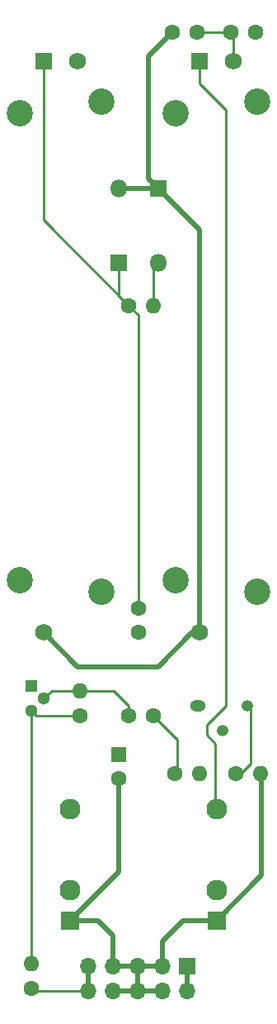
<source format=gbr>
%TF.GenerationSoftware,KiCad,Pcbnew,(6.0.4-0)*%
%TF.CreationDate,2022-12-20T09:34:10-08:00*%
%TF.ProjectId,harmonic_percolator,6861726d-6f6e-4696-935f-706572636f6c,rev?*%
%TF.SameCoordinates,Original*%
%TF.FileFunction,Copper,L1,Top*%
%TF.FilePolarity,Positive*%
%FSLAX46Y46*%
G04 Gerber Fmt 4.6, Leading zero omitted, Abs format (unit mm)*
G04 Created by KiCad (PCBNEW (6.0.4-0)) date 2022-12-20 09:34:10*
%MOMM*%
%LPD*%
G01*
G04 APERTURE LIST*
%TA.AperFunction,ComponentPad*%
%ADD10C,1.600000*%
%TD*%
%TA.AperFunction,ComponentPad*%
%ADD11O,1.600000X1.600000*%
%TD*%
%TA.AperFunction,ComponentPad*%
%ADD12R,1.800000X1.800000*%
%TD*%
%TA.AperFunction,ComponentPad*%
%ADD13O,1.800000X1.800000*%
%TD*%
%TA.AperFunction,ComponentPad*%
%ADD14R,1.700000X1.700000*%
%TD*%
%TA.AperFunction,ComponentPad*%
%ADD15O,1.700000X1.700000*%
%TD*%
%TA.AperFunction,ComponentPad*%
%ADD16O,1.600000X1.200000*%
%TD*%
%TA.AperFunction,ComponentPad*%
%ADD17O,1.200000X1.200000*%
%TD*%
%TA.AperFunction,ComponentPad*%
%ADD18R,1.600000X1.600000*%
%TD*%
%TA.AperFunction,ComponentPad*%
%ADD19R,1.300000X1.300000*%
%TD*%
%TA.AperFunction,ComponentPad*%
%ADD20C,1.300000*%
%TD*%
%TA.AperFunction,ComponentPad*%
%ADD21R,1.750000X1.750000*%
%TD*%
%TA.AperFunction,ComponentPad*%
%ADD22C,1.750000*%
%TD*%
%TA.AperFunction,ComponentPad*%
%ADD23C,2.700000*%
%TD*%
%TA.AperFunction,ComponentPad*%
%ADD24R,1.930000X1.830000*%
%TD*%
%TA.AperFunction,ComponentPad*%
%ADD25C,2.130000*%
%TD*%
%TA.AperFunction,Conductor*%
%ADD26C,0.500000*%
%TD*%
%TA.AperFunction,Conductor*%
%ADD27C,0.250000*%
%TD*%
G04 APERTURE END LIST*
D10*
%TO.P,R4,1*%
%TO.N,Net-(Q2-Pad3)*%
X114955000Y-124000000D03*
D11*
%TO.P,R4,2*%
%TO.N,GND*%
X117495000Y-124000000D03*
%TD*%
D10*
%TO.P,R2,1*%
%TO.N,Net-(C2-Pad1)*%
X108755000Y-124000000D03*
D11*
%TO.P,R2,2*%
%TO.N,Net-(Q2-Pad3)*%
X111295000Y-124000000D03*
%TD*%
D10*
%TO.P,C2,1*%
%TO.N,Net-(C2-Pad1)*%
X117000000Y-48000000D03*
%TO.P,C2,2*%
%TO.N,Net-(C1-Pad1)*%
X114500000Y-48000000D03*
%TD*%
%TO.P,R3,1*%
%TO.N,+12V*%
X94000000Y-146000000D03*
D11*
%TO.P,R3,2*%
%TO.N,Net-(C4-Pad2)*%
X94000000Y-143460000D03*
%TD*%
D12*
%TO.P,D2,1,K*%
%TO.N,GND*%
X107000000Y-64000000D03*
D13*
%TO.P,D2,2,A*%
%TO.N,Net-(D2-Pad2)*%
X107000000Y-71620000D03*
%TD*%
D14*
%TO.P,J3,1,Pin_1*%
%TO.N,-12V*%
X110000000Y-143725000D03*
D15*
%TO.P,J3,2,Pin_2*%
X110000000Y-146265000D03*
%TO.P,J3,3,Pin_3*%
%TO.N,GND*%
X107460000Y-143725000D03*
%TO.P,J3,4,Pin_4*%
X107460000Y-146265000D03*
%TO.P,J3,5,Pin_5*%
X104920000Y-143725000D03*
%TO.P,J3,6,Pin_6*%
X104920000Y-146265000D03*
%TO.P,J3,7,Pin_7*%
X102380000Y-143725000D03*
%TO.P,J3,8,Pin_8*%
X102380000Y-146265000D03*
%TO.P,J3,9,Pin_9*%
%TO.N,+12V*%
X99840000Y-143725000D03*
%TO.P,J3,10,Pin_10*%
X99840000Y-146265000D03*
%TD*%
D16*
%TO.P,Q2,1,E*%
%TO.N,Net-(C5-Pad1)*%
X111060000Y-117000000D03*
D17*
%TO.P,Q2,2,B*%
%TO.N,Net-(C2-Pad1)*%
X113600000Y-119540000D03*
%TO.P,Q2,3,C*%
%TO.N,Net-(Q2-Pad3)*%
X116140000Y-117000000D03*
%TD*%
D12*
%TO.P,D1,1,K*%
%TO.N,Net-(C4-Pad1)*%
X103000000Y-71620000D03*
D13*
%TO.P,D1,2,A*%
%TO.N,GND*%
X103000000Y-64000000D03*
%TD*%
D10*
%TO.P,R1,1*%
%TO.N,Net-(C4-Pad2)*%
X99000000Y-118000000D03*
D11*
%TO.P,R1,2*%
%TO.N,Net-(C3-Pad1)*%
X99000000Y-115460000D03*
%TD*%
D10*
%TO.P,C1,1*%
%TO.N,Net-(C1-Pad1)*%
X111000000Y-48000000D03*
%TO.P,C1,2*%
%TO.N,GND*%
X108500000Y-48000000D03*
%TD*%
%TO.P,C3,1*%
%TO.N,Net-(C3-Pad1)*%
X104000000Y-118000000D03*
%TO.P,C3,2*%
%TO.N,Net-(C2-Pad1)*%
X106500000Y-118000000D03*
%TD*%
D18*
%TO.P,C5,1*%
%TO.N,Net-(C5-Pad1)*%
X103000000Y-122000000D03*
D10*
%TO.P,C5,2*%
%TO.N,GND*%
X103000000Y-124500000D03*
%TD*%
%TO.P,C4,1*%
%TO.N,Net-(C4-Pad1)*%
X105000000Y-107000000D03*
%TO.P,C4,2*%
%TO.N,Net-(C4-Pad2)*%
X105000000Y-109500000D03*
%TD*%
%TO.P,R5,1*%
%TO.N,Net-(C4-Pad1)*%
X104000000Y-76000000D03*
D11*
%TO.P,R5,2*%
%TO.N,Net-(D2-Pad2)*%
X106540000Y-76000000D03*
%TD*%
D19*
%TO.P,Q1,1,E*%
%TO.N,Net-(C5-Pad1)*%
X94000000Y-115000000D03*
D20*
%TO.P,Q1,2,B*%
%TO.N,Net-(C3-Pad1)*%
X95270000Y-116270000D03*
%TO.P,Q1,3,C*%
%TO.N,Net-(C4-Pad2)*%
X94000000Y-117540000D03*
%TD*%
D21*
%TO.P,RV1 harmonics ,1,1*%
%TO.N,Net-(J1-PadT)*%
X111250000Y-51000000D03*
D22*
%TO.P,RV1 harmonics ,2,2*%
%TO.N,Net-(C1-Pad1)*%
X114750000Y-51000000D03*
%TO.P,RV1 harmonics ,3,3*%
%TO.N,GND*%
X111250000Y-109500000D03*
D23*
%TO.P,RV1 harmonics ,MP*%
%TO.N,N/C*%
X108800000Y-56350000D03*
X117200000Y-105350000D03*
X108800000Y-104150000D03*
X117200000Y-55150000D03*
%TD*%
D21*
%TO.P,RV2 balance,1,1*%
%TO.N,Net-(C4-Pad1)*%
X95250000Y-51000000D03*
D22*
%TO.P,RV2 balance,2,2*%
%TO.N,Net-(J2-PadT)*%
X98750000Y-51000000D03*
%TO.P,RV2 balance,3,3*%
%TO.N,GND*%
X95250000Y-109500000D03*
D23*
%TO.P,RV2 balance,MP*%
%TO.N,N/C*%
X92800000Y-56350000D03*
X92800000Y-104150000D03*
X101200000Y-105350000D03*
X101200000Y-55150000D03*
%TD*%
D24*
%TO.P,J2,S*%
%TO.N,GND*%
X98000000Y-139000000D03*
D25*
%TO.P,J2,T*%
%TO.N,Net-(J2-PadT)*%
X98000000Y-127600000D03*
%TO.P,J2,TN*%
%TO.N,N/C*%
X98000000Y-135900000D03*
%TD*%
D24*
%TO.P,J1,S*%
%TO.N,GND*%
X113000000Y-139000000D03*
D25*
%TO.P,J1,T*%
%TO.N,Net-(J1-PadT)*%
X113000000Y-127600000D03*
%TO.P,J1,TN*%
%TO.N,N/C*%
X113000000Y-135900000D03*
%TD*%
D26*
%TO.N,GND*%
X113000000Y-139000000D02*
X117600000Y-134400000D01*
X117600000Y-134400000D02*
X117600000Y-124400000D01*
D27*
%TO.N,Net-(J1-PadT)*%
X113000000Y-127600000D02*
X112900000Y-127500000D01*
X112900000Y-127500000D02*
X112900000Y-120900000D01*
X112900000Y-120900000D02*
X112000000Y-120000000D01*
X112000000Y-120000000D02*
X112000000Y-119000000D01*
X112000000Y-119000000D02*
X114000000Y-117000000D01*
X114000000Y-117000000D02*
X114000000Y-56000000D01*
X114000000Y-56000000D02*
X111250000Y-53250000D01*
X111250000Y-53250000D02*
X111250000Y-51000000D01*
%TO.N,Net-(C1-Pad1)*%
X111000000Y-48000000D02*
X114500000Y-48000000D01*
X114750000Y-51000000D02*
X114750000Y-48250000D01*
X114750000Y-48250000D02*
X114500000Y-48000000D01*
D26*
%TO.N,GND*%
X104920000Y-146265000D02*
X104920000Y-143725000D01*
X111250000Y-109500000D02*
X111250000Y-68250000D01*
X103000000Y-134000000D02*
X98000000Y-139000000D01*
X98750000Y-113000000D02*
X107000000Y-113000000D01*
X113000000Y-139000000D02*
X109592500Y-139000000D01*
X106000000Y-50500000D02*
X106000000Y-63000000D01*
X107460000Y-141132500D02*
X107460000Y-143725000D01*
X107000000Y-113000000D02*
X110500000Y-109500000D01*
X109592500Y-139000000D02*
X107460000Y-141132500D01*
X103000000Y-64000000D02*
X107000000Y-64000000D01*
X98000000Y-139000000D02*
X100827500Y-139000000D01*
X106000000Y-63000000D02*
X107000000Y-64000000D01*
X102380000Y-140552500D02*
X102380000Y-143725000D01*
X95250000Y-109500000D02*
X98750000Y-113000000D01*
X103000000Y-124500000D02*
X103000000Y-134000000D01*
X102380000Y-146265000D02*
X107460000Y-146265000D01*
X100827500Y-139000000D02*
X102380000Y-140552500D01*
X111250000Y-68250000D02*
X107000000Y-64000000D01*
X107460000Y-143725000D02*
X102380000Y-143725000D01*
X110500000Y-109500000D02*
X111250000Y-109500000D01*
X108500000Y-48000000D02*
X106000000Y-50500000D01*
D27*
%TO.N,Net-(C2-Pad1)*%
X109000000Y-120500000D02*
X106500000Y-118000000D01*
X109000000Y-124000000D02*
X109000000Y-120500000D01*
%TO.N,Net-(C3-Pad1)*%
X104000000Y-118000000D02*
X104000000Y-117000000D01*
X99000000Y-115460000D02*
X96080000Y-115460000D01*
X102460000Y-115460000D02*
X99000000Y-115460000D01*
X104000000Y-117000000D02*
X102460000Y-115460000D01*
X96080000Y-115460000D02*
X95270000Y-116270000D01*
%TO.N,Net-(C4-Pad1)*%
X104000000Y-76000000D02*
X95250000Y-67250000D01*
X105000000Y-77000000D02*
X104000000Y-76000000D01*
X95250000Y-67250000D02*
X95250000Y-51000000D01*
X103000000Y-71620000D02*
X103000000Y-75000000D01*
X105000000Y-107000000D02*
X105000000Y-77000000D01*
X103000000Y-75000000D02*
X104000000Y-76000000D01*
%TO.N,Net-(C4-Pad2)*%
X94460000Y-118000000D02*
X94000000Y-117540000D01*
X99000000Y-118000000D02*
X94460000Y-118000000D01*
X94000000Y-117540000D02*
X94000000Y-143460000D01*
%TO.N,Net-(D2-Pad2)*%
X106540000Y-76000000D02*
X106540000Y-72080000D01*
X106540000Y-72080000D02*
X107000000Y-71620000D01*
%TO.N,Net-(Q2-Pad3)*%
X116540000Y-117000000D02*
X116540000Y-122920000D01*
X116540000Y-122920000D02*
X115460000Y-124000000D01*
D26*
%TO.N,-12V*%
X110000000Y-146265000D02*
X110000000Y-143725000D01*
D27*
%TO.N,+12V*%
X94265000Y-146265000D02*
X94000000Y-146000000D01*
D26*
X99840000Y-143725000D02*
X99840000Y-146265000D01*
D27*
X99840000Y-146265000D02*
X94265000Y-146265000D01*
%TD*%
M02*

</source>
